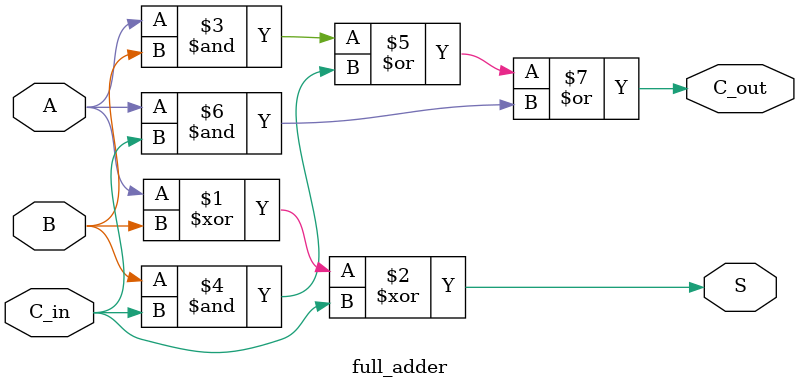
<source format=sv>
module full_adder (input logic A, B, C_in,
						 output logic S, C_out	);
						 
		assign S = A^B^C_in;
		assign C_out = (A&B) | (B&C_in) | (A&C_in);
		
endmodule

</source>
